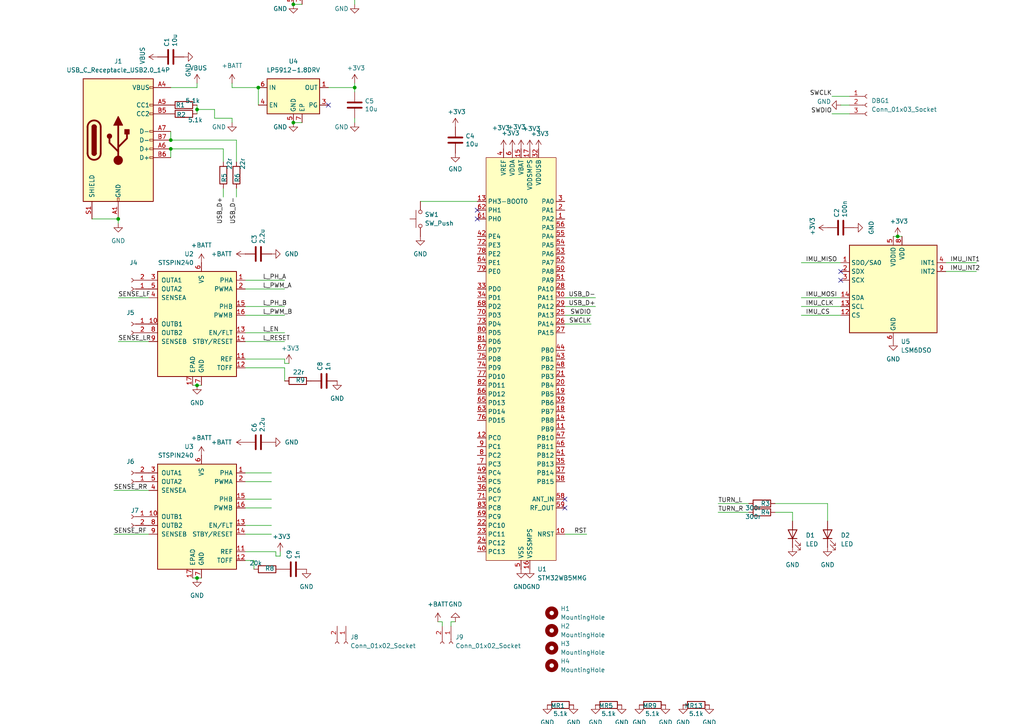
<source format=kicad_sch>
(kicad_sch (version 20250114) (generator "eeschema") (generator_version "9.0")
  (paper "A4")
  (junction (at 57.15 111.76))
  (junction (at 384.81 55.88))
  (junction (at 384.81 53.34))
  (junction (at 102.87 -8.89))
  (junction (at 85.09 35.56))
  (junction (at 57.15 167.64))
  (junction (at 49.53 40.64))
  (junction (at 102.87 25.4))
  (junction (at 49.53 43.18))
  (junction (at 260.35 68.58))
  (junction (at 57.15 31.75))
  (junction (at 74.93 -8.89))
  (junction (at 74.93 25.4))
  (junction (at 34.29 63.5))
  (junction (at 85.09 1.27))
  (no_connect (at 243.84 78.74))
  (no_connect (at 163.83 144.78))
  (no_connect (at 163.83 147.32))
  (no_connect (at 386.08 -19.05))
  (no_connect (at 138.43 60.96))
  (no_connect (at 95.25 30.48))
  (no_connect (at 95.25 -3.81))
  (no_connect (at 243.84 81.28))
  (no_connect (at 138.43 63.5))
  (wire (pts (xy 57.15 111.76) (xy 58.42 111.76)))
  (wire (pts (xy 208.28 148.59) (xy 217.17 148.59)))
  (wire (pts (xy 71.12 154.94) (xy 78.74 154.94)))
  (wire (pts (xy 163.83 86.36) (xy 172.72 86.36)))
  (wire (pts (xy 71.12 162.56) (xy 73.66 162.56)))
  (wire (pts (xy 320.04 173.99) (xy 326.39 173.99)))
  (wire (pts (xy 229.87 148.59) (xy 229.87 151.13)))
  (wire (pts (xy 224.79 148.59) (xy 229.87 148.59)))
  (wire (pts (xy 71.12 83.82) (xy 82.55 83.82)))
  (wire (pts (xy 95.25 -8.89) (xy 102.87 -8.89)))
  (wire (pts (xy 232.41 88.9) (xy 243.84 88.9)))
  (wire (pts (xy 321.31 111.76) (xy 326.39 111.76)))
  (wire (pts (xy 71.12 88.9) (xy 82.55 88.9)))
  (wire (pts (xy 62.23 31.75) (xy 57.15 31.75)))
  (wire (pts (xy 320.04 176.53) (xy 326.39 176.53)))
  (wire (pts (xy 71.12 81.28) (xy 82.55 81.28)))
  (wire (pts (xy 67.31 -8.89) (xy 74.93 -8.89)))
  (wire (pts (xy 184.15 -19.05) (xy 194.31 -19.05)))
  (wire (pts (xy 49.53 25.4) (xy 57.15 25.4)))
  (wire (pts (xy 369.57 50.8) (xy 381 50.8)))
  (wire (pts (xy 34.29 86.36) (xy 43.18 86.36)))
  (wire (pts (xy 102.87 34.29) (xy 102.87 35.56)))
  (wire (pts (xy 317.5 53.34) (xy 323.85 53.34)))
  (wire (pts (xy 74.93 25.4) (xy 74.93 30.48)))
  (wire (pts (xy 85.09 1.27) (xy 87.63 1.27)))
  (wire (pts (xy 384.81 53.34) (xy 384.81 55.88)))
  (wire (pts (xy 163.83 154.94) (xy 170.18 154.94)))
  (wire (pts (xy 241.3 33.02) (xy 246.38 33.02)))
  (wire (pts (xy 49.53 43.18) (xy 49.53 45.72)))
  (wire (pts (xy 26.67 63.5) (xy 34.29 63.5)))
  (wire (pts (xy 377.19 53.34) (xy 384.81 53.34)))
  (wire (pts (xy 102.87 25.4) (xy 102.87 26.67)))
  (wire (pts (xy 369.57 55.88) (xy 384.81 55.88)))
  (wire (pts (xy 317.5 50.8) (xy 323.85 50.8)))
  (wire (pts (xy 132.08 180.34) (xy 130.81 180.34)))
  (wire (pts (xy 82.55 104.14) (xy 71.12 104.14)))
  (wire (pts (xy 57.15 24.13) (xy 57.15 25.4)))
  (wire (pts (xy 64.77 54.61) (xy 64.77 57.15)))
  (wire (pts (xy 33.02 154.94) (xy 43.18 154.94)))
  (wire (pts (xy 73.66 162.56) (xy 73.66 165.1)))
  (wire (pts (xy 82.55 105.41) (xy 83.82 105.41)))
  (wire (pts (xy 49.53 43.18) (xy 64.77 43.18)))
  (wire (pts (xy 71.12 144.78) (xy 78.74 144.78)))
  (wire (pts (xy 358.14 -19.05) (xy 370.84 -19.05)))
  (wire (pts (xy 102.87 24.13) (xy 102.87 25.4)))
  (wire (pts (xy 71.12 106.68) (xy 82.55 106.68)))
  (wire (pts (xy 236.22 -19.05) (xy 248.92 -19.05)))
  (wire (pts (xy 34.29 64.77) (xy 34.29 63.5)))
  (wire (pts (xy 102.87 -8.89) (xy 102.87 -7.62)))
  (wire (pts (xy 320.04 144.78) (xy 326.39 144.78)))
  (wire (pts (xy 49.53 40.64) (xy 49.53 38.1)))
  (wire (pts (xy 209.55 -19.05) (xy 220.98 -19.05)))
  (wire (pts (xy 264.16 -19.05) (xy 290.83 -19.05)))
  (wire (pts (xy 240.03 146.05) (xy 240.03 151.13)))
  (wire (pts (xy 384.81 48.26) (xy 384.81 53.34)))
  (wire (pts (xy 85.09 35.56) (xy 87.63 35.56)))
  (wire (pts (xy 67.31 24.13) (xy 67.31 25.4)))
  (wire (pts (xy 67.31 34.29) (xy 67.31 35.56)))
  (wire (pts (xy 259.08 68.58) (xy 260.35 68.58)))
  (wire (pts (xy 34.29 99.06) (xy 43.18 99.06)))
  (wire (pts (xy 71.12 147.32) (xy 78.74 147.32)))
  (wire (pts (xy 138.43 58.42) (xy 121.92 58.42)))
  (wire (pts (xy 62.23 34.29) (xy 62.23 31.75)))
  (wire (pts (xy 241.3 27.94) (xy 246.38 27.94)))
  (wire (pts (xy 68.58 54.61) (xy 68.58 57.15)))
  (wire (pts (xy 71.12 96.52) (xy 82.55 96.52)))
  (wire (pts (xy 102.87 0) (xy 102.87 1.27)))
  (wire (pts (xy 81.28 160.02) (xy 81.28 161.29)))
  (wire (pts (xy 163.83 91.44) (xy 171.45 91.44)))
  (wire (pts (xy 163.83 93.98) (xy 171.45 93.98)))
  (wire (pts (xy 71.12 99.06) (xy 82.55 99.06)))
  (wire (pts (xy 144.78 -19.05) (xy 168.91 -19.05)))
  (wire (pts (xy 57.15 31.75) (xy 57.15 33.02)))
  (wire (pts (xy 163.83 88.9) (xy 172.72 88.9)))
  (wire (pts (xy 74.93 -8.89) (xy 74.93 -3.81)))
  (wire (pts (xy 317.5 48.26) (xy 323.85 48.26)))
  (wire (pts (xy 82.55 105.41) (xy 82.55 104.14)))
  (wire (pts (xy 232.41 76.2) (xy 243.84 76.2)))
  (wire (pts (xy 33.02 142.24) (xy 43.18 142.24)))
  (wire (pts (xy 57.15 167.64) (xy 58.42 167.64)))
  (wire (pts (xy 260.35 68.58) (xy 261.62 68.58)))
  (wire (pts (xy 331.47 -19.05) (xy 342.9 -19.05)))
  (wire (pts (xy 55.88 167.64) (xy 57.15 167.64)))
  (wire (pts (xy 82.55 106.68) (xy 82.55 110.49)))
  (wire (pts (xy 232.41 86.36) (xy 243.84 86.36)))
  (wire (pts (xy 80.01 161.29) (xy 80.01 160.02)))
  (wire (pts (xy 369.57 48.26) (xy 384.81 48.26)))
  (wire (pts (xy 243.84 30.48) (xy 246.38 30.48)))
  (wire (pts (xy 49.53 40.64) (xy 68.58 40.64)))
  (wire (pts (xy 127 180.34) (xy 128.27 180.34)))
  (wire (pts (xy 67.31 25.4) (xy 74.93 25.4)))
  (wire (pts (xy 102.87 -10.16) (xy 102.87 -8.89)))
  (wire (pts (xy 57.15 30.48) (xy 57.15 31.75)))
  (wire (pts (xy 232.41 91.44) (xy 243.84 91.44)))
  (wire (pts (xy 274.32 78.74) (xy 283.21 78.74)))
  (wire (pts (xy 320.04 142.24) (xy 326.39 142.24)))
  (wire (pts (xy 64.77 43.18) (xy 64.77 46.99)))
  (wire (pts (xy 55.88 111.76) (xy 57.15 111.76)))
  (wire (pts (xy 208.28 146.05) (xy 217.17 146.05)))
  (wire (pts (xy 95.25 25.4) (xy 102.87 25.4)))
  (wire (pts (xy 81.28 161.29) (xy 80.01 161.29)))
  (wire (pts (xy 67.31 34.29) (xy 62.23 34.29)))
  (wire (pts (xy 224.79 146.05) (xy 240.03 146.05)))
  (wire (pts (xy 71.12 139.7) (xy 78.74 139.7)))
  (wire (pts (xy 128.27 180.34) (xy 128.27 181.61)))
  (wire (pts (xy 71.12 152.4) (xy 78.74 152.4)))
  (wire (pts (xy 68.58 40.64) (xy 68.58 46.99)))
  (wire (pts (xy 130.81 180.34) (xy 130.81 181.61)))
  (wire (pts (xy 71.12 137.16) (xy 78.74 137.16)))
  (wire (pts (xy 71.12 160.02) (xy 80.01 160.02)))
  (wire (pts (xy 321.31 109.22) (xy 326.39 109.22)))
  (wire (pts (xy 306.07 -19.05) (xy 316.23 -19.05)))
  (wire (pts (xy 71.12 91.44) (xy 82.55 91.44)))
  (wire (pts (xy 274.32 76.2) (xy 283.21 76.2)))
  (label "RST" (at 170.18 154.94 180))
  (label "L_RESET" (at 76.2 99.06 0))
  (label "IMU_MISO" (at 233.68 76.2 0))
  (label "IMU_CLK" (at 233.68 88.9 0))
  (label "L_PH_A" (at 76.2 81.28 0))
  (label "L_EN" (at 76.2 96.52 0))
  (label "IMU_CS" (at 233.68 91.44 0))
  (label "L_PWM_A" (at 76.2 83.82 0))
  (label "SWDIO" (at 171.45 91.44 180))
  (label "IMU_INT2" (at 275.59 78.74 0))
  (label "TURN_R" (at 208.28 148.59 0))
  (label "LED_INPUT" (at 144.78 -19.05 0))
  (label "SENSE_LR" (at 34.29 99.06 0))
  (label "IMU_MOSI" (at 233.68 86.36 0))
  (label "SWDIO" (at 241.3 33.02 180))
  (label "USB_D+" (at 172.72 88.9 180))
  (label "IMU_INT1" (at 275.59 76.2 0))
  (label "SENSE_RF" (at 33.02 154.94 0))
  (label "USB_D-" (at 172.72 86.36 180))
  (label "USB_D+" (at 64.77 57.15 270))
  (label "SENSE_LF" (at 34.29 86.36 0))
  (label "L_PWM_B" (at 76.2 91.44 0))
  (label "PWRON" (at 317.5 50.8 0))
  (label "CHARGE" (at 317.5 53.34 0))
  (label "SWCLK" (at 241.3 27.94 180))
  (label "L_PH_B" (at 76.2 88.9 0))
  (label "SWCLK" (at 171.45 93.98 180))
  (label "SENSE_RR" (at 33.02 142.24 0))
  (label "TURN_L" (at 208.28 146.05 0))
  (label "USB_D-" (at 68.58 57.15 270))
  (symbol (lib_id "power:+1V8") (at 321.31 109.22 90) (unit 1)
    (property "Reference" "#PWR0104" (effects (hide yes)))
    (property "Value" "+1V8" (at 317.5 109.2199 90) (effects (justify left)))
    (property "Description" "Power symbol creates a global label with name \"+1V8\"" (effects (hide yes)))
  )
  (symbol (lib_id "power:GND") (at 205.74 213.36 0) (unit 1)
    (property "Reference" "#PWR099" (effects (hide yes)))
    (property "Value" "GND" (at 205.74 218.44 0))
    (property "Description" "Power symbol creates a global label with name \"GND\" , ground" (effects (hide yes)))
  )
  (symbol (lib_name "GND_29") (lib_id "power:GND") (at 67.31 35.56 0) (unit 1)
    (property "Reference" "#PWR02" (effects (hide yes)))
    (property "Value" "GND" (at 63.5 36.83 0))
  )
  (symbol (lib_name "+3V3_10") (lib_id "power:+3V3") (at 132.08 36.83 0) (unit 1)
    (property "Reference" "#PWR08" (effects (hide yes)))
    (property "Value" "+3V3" (at 132.461 32.4358 0))
  )
  (symbol (lib_id "power:GND") (at 205.74 223.52 0) (unit 1)
    (property "Reference" "#PWR0100" (effects (hide yes)))
    (property "Value" "GND" (at 205.74 228.6 0))
    (property "Description" "Power symbol creates a global label with name \"GND\" , ground" (effects (hide yes)))
  )
  (symbol (lib_id "2024-11-26_16-37-43:STBC08PMR") (at 323.85 48.26 0) (unit 1)
    (property "Reference" "U6" (at 346.71 38.1 0) (effects (font (size 1.524 1.524))))
    (property "Value" "STBC08PMR" (at 346.71 40.64 0) (effects (font (size 1.524 1.524))))
    (property "Footprint" "stbc08:DFN6_3X3_STM" (effects (hide yes)))
    (property "Datasheet" "STBC08PMR" (effects (hide yes)))
  )
  (symbol (lib_id "power:GND") (at 166.37 223.52 0) (unit 1)
    (property "Reference" "#PWR076" (effects (hide yes)))
    (property "Value" "GND" (at 166.37 228.6 0))
    (property "Description" "Power symbol creates a global label with name \"GND\" , ground" (effects (hide yes)))
  )
  (symbol (lib_id "Connector:Conn_01x02_Socket") (at 38.1 93.98 0) (mirror y) (unit 1)
    (property "Reference" "J5" (at 37.846 90.678 0))
    (property "Value" "Conn_01x02_Socket" (effects (hide yes)))
    (property "Footprint" "Connector_JST:JST_SH_BM02B-SRSS-TB_1x02-1MP_P1.00mm_Vertical" (effects (hide yes)))
    (property "Description" "Generic connector, single row, 01x02, script generated" (effects (hide yes)))
  )
  (symbol (lib_id "Device:R") (at 220.98 148.59 90) (unit 1)
    (property "Reference" "R4" (at 221.996 148.59 90))
    (property "Value" "300r" (at 218.44 149.86 90))
    (property "Footprint" "Resistor_SMD:R_0402_1005Metric" (effects (hide yes)))
  )
  (symbol (lib_id "power:GND") (at 185.42 223.52 0) (unit 1)
    (property "Reference" "#PWR088" (effects (hide yes)))
    (property "Value" "GND" (at 185.42 228.6 0))
    (property "Description" "Power symbol creates a global label with name \"GND\" , ground" (effects (hide yes)))
  )
  (symbol (lib_id "Driver_Motor:STSPIN240") (at 58.42 93.98 0) (mirror y) (unit 1)
    (property "Reference" "U2" (at 56.2259 73.66 0) (effects (justify left)))
    (property "Value" "STSPIN240" (at 56.2259 76.2 0) (effects (justify left)))
    (property "Footprint" "Package_DFN_QFN:VQFN-16-1EP_3x3mm_P0.5mm_EP1.8x1.8mm" (effects (hide yes)))
    (property "Datasheet" "www.st.com/resource/en/datasheet/stspin240.pdf" (effects (hide yes)))
    (property "Description" "Low voltage dual brush DC motor driver, 1.8V to 10V input, 1.3Arms output, 0.4Ω Rdson per phase (typical), QFN-16 package" (effects (hide yes)))
    (property "LCSC" "C962258" (effects (hide yes)))
  )
  (symbol (lib_id "power:+BATT") (at 67.31 24.13 0) (unit 1)
    (property "Reference" "#PWR066" (effects (hide yes)))
    (property "Value" "+BATT" (at 67.31 19.05 0))
    (property "Description" "Power symbol creates a global label with name \"+BATT\"" (effects (hide yes)))
  )
  (symbol (lib_id "Switch:SW_Push") (at 121.92 63.5 90) (unit 1)
    (property "Reference" "SW1" (at 123.19 62.2299 90) (effects (justify right)))
    (property "Value" "SW_Push" (at 123.19 64.7699 90) (effects (justify right)))
    (property "Footprint" "Button_Switch_SMD:SW_SPST_PTS810" (effects (hide yes)))
    (property "Description" "Push button switch, generic, two pins" (effects (hide yes)))
  )
  (symbol (lib_id "power:GND") (at 78.74 128.27 90) (unit 1)
    (property "Reference" "#PWR034" (effects (hide yes)))
    (property "Value" "GND" (at 82.55 128.2699 90) (effects (justify right)))
    (property "Description" "Power symbol creates a global label with name \"GND\" , ground" (effects (hide yes)))
  )
  (symbol (lib_name "+3V3_1") (lib_id "power:+3V3") (at 156.21 43.18 0) (unit 1)
    (property "Reference" "#PWR04" (effects (hide yes)))
    (property "Value" "+3V3" (at 156.591 38.7858 0))
  )
  (symbol (lib_id "Connector:Conn_01x03_Socket") (at 251.46 30.48 0) (unit 1)
    (property "Reference" "DBG1" (at 252.73 29.2099 0) (effects (justify left)))
    (property "Value" "Conn_01x03_Socket" (at 252.73 31.7499 0) (effects (justify left)))
    (property "Footprint" "Connector_JST:JST_SH_SM03B-SRSS-TB_1x03-1MP_P1.00mm_Horizontal" (effects (hide yes)))
    (property "Description" "Generic connector, single row, 01x03, script generated" (effects (hide yes)))
  )
  (symbol (lib_name "+3V3_1") (lib_id "power:+3V3") (at 321.31 111.76 90) (unit 1)
    (property "Reference" "#PWR045" (effects (hide yes)))
    (property "Value" "+3V3" (at 315.214 111.76 90))
  )
  (symbol (lib_id "Connector:Conn_01x02_Socket") (at 38.1 139.7 180) (unit 1)
    (property "Reference" "J6" (at 37.846 133.858 0))
    (property "Value" "Conn_01x02_Socket" (effects (hide yes)))
    (property "Footprint" "Connector_JST:JST_SH_BM02B-SRSS-TB_1x02-1MP_P1.00mm_Vertical" (effects (hide yes)))
    (property "Description" "Generic connector, single row, 01x02, script generated" (effects (hide yes)))
  )
  (symbol (lib_name "+3V3_1") (lib_id "power:+3V3") (at 102.87 24.13 0) (unit 1)
    (property "Reference" "#PWR010" (effects (hide yes)))
    (property "Value" "+3V3" (at 103.251 19.7358 0))
  )
  (symbol (lib_id "power:GND") (at 323.85 -11.43 0) (unit 1)
    (property "Reference" "#PWR051" (effects (hide yes)))
    (property "Value" "GND" (at 323.85 -5.08 0))
    (property "Description" "Power symbol creates a global label with name \"GND\" , ground" (effects (hide yes)))
  )
  (symbol (lib_id "Device:R") (at 201.93 213.36 270) (unit 1)
    (property "Reference" "MR14" (at 201.168 213.614 90))
    (property "Value" "5.1k" (at 201.93 215.9 90))
    (property "Footprint" "Resistor_SMD:R_0402_1005Metric" (effects (hide yes)))
    (property "LCSC" "C105872" (effects (hide yes)))
  )
  (symbol (lib_id "power:GND") (at 243.84 30.48 270) (unit 1)
    (property "Reference" "#PWR069" (effects (hide yes)))
    (property "Value" "GND" (at 241.046 29.464 90) (effects (justify right)))
    (property "Description" "Power symbol creates a global label with name \"GND\" , ground" (effects (hide yes)))
  )
  (symbol (lib_id "power:+BATT") (at 176.53 -26.67 0) (unit 1)
    (property "Reference" "#PWR057" (effects (hide yes)))
    (property "Value" "+BATT" (at 176.53 -31.75 0))
    (property "Description" "Power symbol creates a global label with name \"+BATT\"" (effects (hide yes)))
  )
  (symbol (lib_id "Device:R") (at 189.23 223.52 270) (unit 1)
    (property "Reference" "MR11" (at 188.468 223.774 90))
    (property "Value" "5.1k" (at 189.23 226.06 90))
    (property "Footprint" "Resistor_SMD:R_0402_1005Metric" (effects (hide yes)))
    (property "LCSC" "C105872" (effects (hide yes)))
  )
  (symbol (lib_id "power:GND") (at 151.13 165.1 0) (unit 1)
    (property "Reference" "#PWR014" (effects (hide yes)))
    (property "Value" "GND" (at 150.876 170.18 0))
    (property "Description" "Power symbol creates a global label with name \"GND\" , ground" (effects (hide yes)))
  )
  (symbol (lib_id "Device:R") (at 201.93 232.41 270) (unit 1)
    (property "Reference" "MR16" (at 201.168 232.664 90))
    (property "Value" "5.1k" (at 201.93 234.95 90))
    (property "Footprint" "Resistor_SMD:R_0402_1005Metric" (effects (hide yes)))
    (property "LCSC" "C105872" (effects (hide yes)))
  )
  (symbol (lib_id "power:GND") (at 326.39 171.45 270) (unit 1)
    (property "Reference" "#PWR043" (effects (hide yes)))
    (property "Value" "GND" (at 322.58 171.4499 90) (effects (justify right)))
    (property "Description" "Power symbol creates a global label with name \"GND\" , ground" (effects (hide yes)))
  )
  (symbol (lib_id "power:GND") (at 158.75 204.47 0) (unit 1)
    (property "Reference" "#PWR070" (effects (hide yes)))
    (property "Value" "GND" (at 158.75 209.55 0))
    (property "Description" "Power symbol creates a global label with name \"GND\" , ground" (effects (hide yes)))
  )
  (symbol (lib_id "Regulator_Linear:LP5912-1.8DRV") (at 85.09 27.94 0) (unit 1)
    (property "Reference" "U4" (at 85.09 17.78 0))
    (property "Value" "LP5912-1.8DRV" (at 85.09 20.32 0))
    (property "Footprint" "Package_SON:WSON-6-1EP_2x2mm_P0.65mm_EP1x1.6mm_ThermalVias" (effects (hide yes)))
    (property "Datasheet" "http://www.ti.com/lit/ds/symlink/lp5912.pdf" (effects (hide yes)))
    (property "Description" "500-mA Ultra-Low-Noise Low-IQ LDO, 1.8V, WSON-6" (effects (hide yes)))
  )
  (symbol (lib_id "LED:WS2812B") (at 350.52 -19.05 0) (unit 1)
    (property "Reference" "LED7" (at 361.95 -25.3686 0))
    (property "Value" "WS2812B" (at 361.95 -22.8286 0))
    (property "Footprint" "1010rgbled:LED-SMD_4P-L1.0-W1.0-TL_XL-1010RGBC-WS2812B" (effects (hide yes)))
    (property "Datasheet" "https://cdn-shop.adafruit.com/datasheets/WS2812B.pdf" (effects (hide yes)))
    (property "Description" "RGB LED with integrated controller" (effects (hide yes)))
  )
  (symbol (lib_id "power:GND") (at 326.39 106.68 270) (unit 1)
    (property "Reference" "#PWR019" (effects (hide yes)))
    (property "Value" "GND" (at 322.58 106.6799 90) (effects (justify right)))
    (property "Description" "Power symbol creates a global label with name \"GND\" , ground" (effects (hide yes)))
  )
  (symbol (lib_id "Device:R") (at 373.38 53.34 270) (unit 1)
    (property "Reference" "R10" (at 374.142 53.34 90))
    (property "Value" "1k" (at 376.682 55.118 90))
    (property "Footprint" "Resistor_SMD:R_0402_1005Metric" (effects (hide yes)))
  )
  (symbol (lib_id "power:GND") (at 205.74 232.41 0) (unit 1)
    (property "Reference" "#PWR0101" (effects (hide yes)))
    (property "Value" "GND" (at 205.74 237.49 0))
    (property "Description" "Power symbol creates a global label with name \"GND\" , ground" (effects (hide yes)))
  )
  (symbol (lib_id "power:+BATT") (at 378.46 -26.67 0) (unit 1)
    (property "Reference" "#PWR064" (effects (hide yes)))
    (property "Value" "+BATT" (at 378.46 -31.75 0))
    (property "Description" "Power symbol creates a global label with name \"+BATT\"" (effects (hide yes)))
  )
  (symbol (lib_id "power:+BATT") (at 323.85 -26.67 0) (unit 1)
    (property "Reference" "#PWR062" (effects (hide yes)))
    (property "Value" "+BATT" (at 323.85 -31.75 0))
    (property "Description" "Power symbol creates a global label with name \"+BATT\"" (effects (hide yes)))
  )
  (symbol (lib_id "Device:R") (at 68.58 50.8 0) (unit 1)
    (property "Reference" "R6" (at 68.834 51.562 90))
    (property "Value" "22r" (at 70.358 47.498 90))
    (property "Footprint" "Resistor_SMD:R_0402_1005Metric" (effects (hide yes)))
    (property "LCSC" "C105872" (effects (hide yes)))
  )
  (symbol (lib_id "power:GND") (at 97.79 110.49 0) (unit 1)
    (property "Reference" "#PWR036" (effects (hide yes)))
    (property "Value" "GND" (at 97.79 115.57 0))
    (property "Description" "Power symbol creates a global label with name \"GND\" , ground" (effects (hide yes)))
  )
  (symbol (lib_id "Device:R") (at 220.98 146.05 90) (unit 1)
    (property "Reference" "R3" (at 221.996 146.05 90))
    (property "Value" "300r" (at 218.44 147.32 90))
    (property "Footprint" "Resistor_SMD:R_0402_1005Metric" (effects (hide yes)))
  )
  (symbol (lib_id "power:GND") (at 198.12 204.47 0) (unit 1)
    (property "Reference" "#PWR094" (effects (hide yes)))
    (property "Value" "GND" (at 198.12 209.55 0))
    (property "Description" "Power symbol creates a global label with name \"GND\" , ground" (effects (hide yes)))
  )
  (symbol (lib_id "Device:R") (at 53.34 33.02 270) (unit 1)
    (property "Reference" "R2" (at 52.578 33.274 90))
    (property "Value" "5.1k" (at 56.642 34.798 90))
    (property "Footprint" "Resistor_SMD:R_0402_1005Metric" (effects (hide yes)))
    (property "LCSC" "C105872" (effects (hide yes)))
  )
  (symbol (lib_id "Device:R") (at 86.36 110.49 90) (unit 1)
    (property "Reference" "R9" (at 87.122 110.236 90))
    (property "Value" "22r" (at 86.614 107.95 90))
    (property "Footprint" "Resistor_SMD:R_0402_1005Metric" (effects (hide yes)))
    (property "LCSC" "C105872" (effects (hide yes)))
  )
  (symbol (lib_id "power:GND") (at 57.15 111.76 0) (unit 1)
    (property "Reference" "#PWR017" (effects (hide yes)))
    (property "Value" "GND" (at 57.15 116.84 0))
    (property "Description" "Power symbol creates a global label with name \"GND\" , ground" (effects (hide yes)))
  )
  (symbol (lib_id "power:+BATT") (at 327.66 35.56 90) (unit 1)
    (property "Reference" "#PWR041" (effects (hide yes)))
    (property "Value" "+BATT" (at 323.85 35.5599 90) (effects (justify left)))
    (property "Description" "Power symbol creates a global label with name \"+BATT\"" (effects (hide yes)))
  )
  (symbol (lib_id "power:VBUS") (at 381 50.8 0) (unit 1)
    (property "Reference" "#PWR065" (effects (hide yes)))
    (property "Value" "VBUS" (at 381 45.72 0))
    (property "Description" "Power symbol creates a global label with name \"VBUS\"" (effects (hide yes)))
  )
  (symbol (lib_id "power:GND") (at 172.72 213.36 0) (unit 1)
    (property "Reference" "#PWR079" (effects (hide yes)))
    (property "Value" "GND" (at 172.72 218.44 0))
    (property "Description" "Power symbol creates a global label with name \"GND\" , ground" (effects (hide yes)))
  )
  (symbol (lib_name "VBUS_1") (lib_id "power:VBUS") (at 45.72 16.51 90) (unit 1)
    (property "Reference" "#PWR067" (effects (hide yes)))
    (property "Value" "VBUS" (at 41.3258 16.129 0))
  )
  (symbol (lib_id "power:GND") (at 34.29 64.77 0) (unit 1)
    (property "Reference" "#PWR016" (effects (hide yes)))
    (property "Value" "GND" (at 34.29 69.85 0))
    (property "Description" "Power symbol creates a global label with name \"GND\" , ground" (effects (hide yes)))
  )
  (symbol (lib_name "+3V3_1") (lib_id "power:+3V3") (at 83.82 105.41 0) (unit 1)
    (property "Reference" "#PWR035" (effects (hide yes)))
    (property "Value" "+3V3" (at 84.201 101.0158 0))
  )
  (symbol (lib_id "power:GND") (at 185.42 204.47 0) (unit 1)
    (property "Reference" "#PWR086" (effects (hide yes)))
    (property "Value" "GND" (at 185.42 209.55 0))
    (property "Description" "Power symbol creates a global label with name \"GND\" , ground" (effects (hide yes)))
  )
  (symbol (lib_id "Device:C") (at 102.87 -3.81 0) (unit 1)
    (property "Reference" "C10" (at 105.791 -4.9784 0) (effects (justify left)))
    (property "Value" "10u" (at 105.791 -2.667 0) (effects (justify left)))
    (property "Footprint" "Capacitor_SMD:C_0805_2012Metric" (effects (hide yes)))
    (property "LCSC" "C408141" (effects (hide yes)))
  )
  (symbol (lib_id "Device:LED") (at 229.87 154.94 90) (unit 1)
    (property "Reference" "D1" (at 233.68 155.2574 90) (effects (justify right)))
    (property "Value" "LED" (at 233.68 157.7974 90) (effects (justify right)))
    (property "Footprint" "LED_SMD:LED_0402_1005Metric" (effects (hide yes)))
    (property "Description" "Light emitting diode" (effects (hide yes)))
  )
  (symbol (lib_id "power:GND") (at 326.39 139.7 270) (unit 1)
    (property "Reference" "#PWR020" (effects (hide yes)))
    (property "Value" "GND" (at 322.58 139.6999 90) (effects (justify right)))
    (property "Description" "Power symbol creates a global label with name \"GND\" , ground" (effects (hide yes)))
  )
  (symbol (lib_id "power:+BATT") (at 71.12 128.27 90) (unit 1)
    (property "Reference" "#PWR033" (effects (hide yes)))
    (property "Value" "+BATT" (at 67.31 128.2699 90) (effects (justify left)))
    (property "Description" "Power symbol creates a global label with name \"+BATT\"" (effects (hide yes)))
  )
  (symbol (lib_id "power:GND") (at 193.04 223.52 0) (unit 1)
    (property "Reference" "#PWR092" (effects (hide yes)))
    (property "Value" "GND" (at 193.04 228.6 0))
    (property "Description" "Power symbol creates a global label with name \"GND\" , ground" (effects (hide yes)))
  )
  (symbol (lib_id "Connector:USB_C_Receptacle_USB2.0_14P") (at 34.29 40.64 0) (unit 1)
    (property "Reference" "J1" (at 34.29 17.78 0))
    (property "Value" "USB_C_Receptacle_USB2.0_14P" (at 34.29 20.32 0))
    (property "Footprint" "Connector_USB:USB_C_Receptacle_HRO_TYPE-C-31-M-12" (effects (hide yes)))
    (property "Datasheet" "https://www.usb.org/sites/default/files/documents/usb_type-c.zip" (effects (hide yes)))
    (property "Description" "USB 2.0-only 14P Type-C Receptacle connector" (effects (hide yes)))
    (property "LCSC" "C165948" (effects (hide yes)))
  )
  (symbol (lib_name "GND_15") (lib_id "power:GND") (at 85.09 1.27 0) (unit 1)
    (property "Reference" "#PWR047" (effects (hide yes)))
    (property "Value" "GND" (at 81.28 2.54 0))
  )
  (symbol (lib_id "power:GND") (at 158.75 213.36 0) (unit 1)
    (property "Reference" "#PWR072" (effects (hide yes)))
    (property "Value" "GND" (at 158.75 218.44 0))
    (property "Description" "Power symbol creates a global label with name \"GND\" , ground" (effects (hide yes)))
  )
  (symbol (lib_id "Connector:Conn_01x09_Socket") (at 331.47 181.61 0) (unit 1)
    (property "Reference" "J10" (at 332.74 180.3399 0) (effects (justify left)))
    (property "Value" "Conn_01x09_Socket" (at 332.74 182.8799 0) (effects (justify left)))
    (property "Footprint" "Connector_PinHeader_1.00mm:PinHeader_1x09_P1.00mm_Vertical" (effects (hide yes)))
    (property "Description" "Generic connector, single row, 01x09, script generated" (effects (hide yes)))
  )
  (symbol (lib_id "Device:R") (at 189.23 232.41 270) (unit 1)
    (property "Reference" "MR12" (at 188.468 232.664 90))
    (property "Value" "5.1k" (at 189.23 234.95 90))
    (property "Footprint" "Resistor_SMD:R_0402_1005Metric" (effects (hide yes)))
    (property "LCSC" "C105872" (effects (hide yes)))
  )
  (symbol (lib_id "Device:R") (at 64.77 50.8 0) (unit 1)
    (property "Reference" "R5" (at 65.024 51.562 90))
    (property "Value" "22r" (at 66.548 47.498 90))
    (property "Footprint" "Resistor_SMD:R_0402_1005Metric" (effects (hide yes)))
    (property "LCSC" "C105872" (effects (hide yes)))
  )
  (symbol (lib_id "LED:WS2812B") (at 228.6 -19.05 0) (unit 1)
    (property "Reference" "LED3" (at 240.03 -25.3686 0))
    (property "Value" "WS2812B" (at 240.03 -22.8286 0))
    (property "Footprint" "1010rgbled:LED-SMD_4P-L1.0-W1.0-TL_XL-1010RGBC-WS2812B" (effects (hide yes)))
    (property "Datasheet" "https://cdn-shop.adafruit.com/datasheets/WS2812B.pdf" (effects (hide yes)))
    (property "Description" "RGB LED with integrated controller" (effects (hide yes)))
  )
  (symbol (lib_id "power:+BATT") (at 67.31 -8.89 0) (unit 1)
    (property "Reference" "#PWR0103" (effects (hide yes)))
    (property "Value" "+BATT" (at 67.31 -13.97 0))
    (property "Description" "Power symbol creates a global label with name \"+BATT\"" (effects (hide yes)))
  )
  (symbol (lib_id "power:GND") (at 198.12 223.52 0) (unit 1)
    (property "Reference" "#PWR096" (effects (hide yes)))
    (property "Value" "GND" (at 198.12 228.6 0))
    (property "Description" "Power symbol creates a global label with name \"GND\" , ground" (effects (hide yes)))
  )
  (symbol (lib_id "Connector:Conn_01x11_Socket") (at 331.47 119.38 0) (unit 1)
    (property "Reference" "J2" (at 332.74 118.1099 0) (effects (justify left)))
    (property "Value" "Conn_01x11_Socket" (at 332.74 120.6499 0) (effects (justify left)))
    (property "Footprint" "Connector_PinHeader_1.00mm:PinHeader_1x11_P1.00mm_Vertical" (effects (hide yes)))
    (property "Description" "Generic connector, single row, 01x11, script generated" (effects (hide yes)))
  )
  (symbol (lib_id "Device:R") (at 162.56 213.36 270) (unit 1)
    (property "Reference" "MR2" (at 161.798 213.614 90))
    (property "Value" "5.1k" (at 162.56 215.9 90))
    (property "Footprint" "Resistor_SMD:R_0402_1005Metric" (effects (hide yes)))
    (property "LCSC" "C105872" (effects (hide yes)))
  )
  (symbol (lib_id "Device:R") (at 189.23 213.36 270) (unit 1)
    (property "Reference" "MR10" (at 188.468 213.614 90))
    (property "Value" "5.1k" (at 189.23 215.9 90))
    (property "Footprint" "Resistor_SMD:R_0402_1005Metric" (effects (hide yes)))
    (property "LCSC" "C105872" (effects (hide yes)))
  )
  (symbol (lib_id "power:GND") (at 153.67 165.1 0) (unit 1)
    (property "Reference" "#PWR015" (effects (hide yes)))
    (property "Value" "GND" (at 154.686 170.18 0))
    (property "Description" "Power symbol creates a global label with name \"GND\" , ground" (effects (hide yes)))
  )
  (symbol (lib_id "power:+BATT") (at 127 180.34 0) (unit 1)
    (property "Reference" "#PWR023" (effects (hide yes)))
    (property "Value" "+BATT" (at 127 175.26 0))
    (property "Description" "Power symbol creates a global label with name \"+BATT\"" (effects (hide yes)))
  )
  (symbol (lib_id "power:GND") (at 57.15 167.64 0) (unit 1)
    (property "Reference" "#PWR018" (effects (hide yes)))
    (property "Value" "GND" (at 57.15 172.72 0))
    (property "Description" "Power symbol creates a global label with name \"GND\" , ground" (effects (hide yes)))
  )
  (symbol (lib_id "power:GND") (at 193.04 232.41 0) (unit 1)
    (property "Reference" "#PWR093" (effects (hide yes)))
    (property "Value" "GND" (at 193.04 237.49 0))
    (property "Description" "Power symbol creates a global label with name \"GND\" , ground" (effects (hide yes)))
  )
  (symbol (lib_name "+3V3_1") (lib_id "power:+3V3") (at 148.59 43.18 0) (unit 1)
    (property "Reference" "#PWR07" (effects (hide yes)))
    (property "Value" "+3V3" (at 148.082 38.608 0))
  )
  (symbol (lib_id "power:GND") (at 78.74 73.66 90) (unit 1)
    (property "Reference" "#PWR031" (effects (hide yes)))
    (property "Value" "GND" (at 82.55 73.6599 90) (effects (justify right)))
    (property "Description" "Power symbol creates a global label with name \"GND\" , ground" (effects (hide yes)))
  )
  (symbol (lib_id "Device:R") (at 162.56 232.41 270) (unit 1)
    (property "Reference" "MR4" (at 161.798 232.664 90))
    (property "Value" "5.1k" (at 162.56 234.95 90))
    (property "Footprint" "Resistor_SMD:R_0402_1005Metric" (effects (hide yes)))
    (property "LCSC" "C105872" (effects (hide yes)))
  )
  (symbol (lib_id "Driver_Motor:STSPIN240") (at 58.42 149.86 0) (mirror y) (unit 1)
    (property "Reference" "U3" (at 56.2259 129.54 0) (effects (justify left)))
    (property "Value" "STSPIN240" (at 56.2259 132.08 0) (effects (justify left)))
    (property "Footprint" "Package_DFN_QFN:VQFN-16-1EP_3x3mm_P0.5mm_EP1.8x1.8mm" (effects (hide yes)))
    (property "Datasheet" "www.st.com/resource/en/datasheet/stspin240.pdf" (effects (hide yes)))
    (property "Description" "Low voltage dual brush DC motor driver, 1.8V to 10V input, 1.3Arms output, 0.4Ω Rdson per phase (typical), QFN-16 package" (effects (hide yes)))
    (property "LCSC" "C962258" (effects (hide yes)))
  )
  (symbol (lib_id "power:GND") (at 240.03 158.75 0) (unit 1)
    (property "Reference" "#PWR022" (effects (hide yes)))
    (property "Value" "GND" (at 240.03 163.83 0))
    (property "Description" "Power symbol creates a global label with name \"GND\" , ground" (effects (hide yes)))
  )
  (symbol (lib_id "Device:R") (at 201.93 204.47 270) (unit 1)
    (property "Reference" "MR13" (at 201.168 204.724 90))
    (property "Value" "5.1k" (at 201.93 207.01 90))
    (property "Footprint" "Resistor_SMD:R_0402_1005Metric" (effects (hide yes)))
    (property "LCSC" "C105872" (effects (hide yes)))
  )
  (symbol (lib_id "power:GND") (at 185.42 213.36 0) (unit 1)
    (property "Reference" "#PWR087" (effects (hide yes)))
    (property "Value" "GND" (at 185.42 218.44 0))
    (property "Description" "Power symbol creates a global label with name \"GND\" , ground" (effects (hide yes)))
  )
  (symbol (lib_id "LED:WS2812B") (at 201.93 -19.05 0) (unit 1)
    (property "Reference" "LED2" (at 213.36 -25.3686 0))
    (property "Value" "WS2812B" (at 213.36 -22.8286 0))
    (property "Footprint" "1010rgbled:LED-SMD_4P-L1.0-W1.0-TL_XL-1010RGBC-WS2812B" (effects (hide yes)))
    (property "Datasheet" "https://cdn-shop.adafruit.com/datasheets/WS2812B.pdf" (effects (hide yes)))
    (property "Description" "RGB LED with integrated controller" (effects (hide yes)))
  )
  (symbol (lib_id "Device:R") (at 53.34 30.48 270) (unit 1)
    (property "Reference" "R1" (at 52.324 30.48 90))
    (property "Value" "5.1k" (at 55.88 29.21 90))
    (property "Footprint" "Resistor_SMD:R_0402_1005Metric" (effects (hide yes)))
    (property "LCSC" "C105872" (effects (hide yes)))
  )
  (symbol (lib_id "power:GND") (at 378.46 -11.43 0) (unit 1)
    (property "Reference" "#PWR049" (effects (hide yes)))
    (property "Value" "GND" (at 378.46 -5.08 0))
    (property "Description" "Power symbol creates a global label with name \"GND\" , ground" (effects (hide yes)))
  )
  (symbol (lib_name "GND_1") (lib_id "power:GND") (at 102.87 35.56 0) (unit 1)
    (property "Reference" "#PWR011" (effects (hide yes)))
    (property "Value" "GND" (at 99.06 36.83 0))
  )
  (symbol (lib_name "+3V3_1") (lib_id "power:+3V3") (at 81.28 160.02 0) (unit 1)
    (property "Reference" "#PWR038" (effects (hide yes)))
    (property "Value" "+3V3" (at 81.661 155.6258 0))
  )
  (symbol (lib_id "power:+BATT") (at 256.54 -26.67 0) (unit 1)
    (property "Reference" "#PWR060" (effects (hide yes)))
    (property "Value" "+BATT" (at 256.54 -31.75 0))
    (property "Description" "Power symbol creates a global label with name \"+BATT\"" (effects (hide yes)))
  )
  (symbol (lib_id "LED:WS2812B") (at 378.46 -19.05 0) (unit 1)
    (property "Reference" "LED8" (at 389.89 -25.3686 0))
    (property "Value" "WS2812B" (at 389.89 -22.8286 0))
    (property "Footprint" "1010rgbled:LED-SMD_4P-L1.0-W1.0-TL_XL-1010RGBC-WS2812B" (effects (hide yes)))
    (property "Datasheet" "https://cdn-shop.adafruit.com/datasheets/WS2812B.pdf" (effects (hide yes)))
    (property "Description" "RGB LED with integrated controller" (effects (hide yes)))
  )
  (symbol (lib_id "power:+1V8") (at 320.04 142.24 90) (unit 1)
    (property "Reference" "#PWR0105" (effects (hide yes)))
    (property "Value" "+1V8" (at 316.484 141.986 90) (effects (justify left)))
    (property "Description" "Power symbol creates a global label with name \"+1V8\"" (effects (hide yes)))
  )
  (symbol (lib_id "power:GND") (at 198.12 213.36 0) (unit 1)
    (property "Reference" "#PWR095" (effects (hide yes)))
    (property "Value" "GND" (at 198.12 218.44 0))
    (property "Description" "Power symbol creates a global label with name \"GND\" , ground" (effects (hide yes)))
  )
  (symbol (lib_id "Mechanical:MountingHole") (at 160.02 182.88 0) (unit 1) (in_bom no)
    (property "Reference" "H2" (at 162.56 181.6099 0) (effects (justify left)))
    (property "Value" "MountingHole" (at 162.56 184.1499 0) (effects (justify left)))
    (property "Footprint" "MountingHole:MountingHole_2.1mm" (effects (hide yes)))
    (property "Description" "Mounting Hole without connection" (effects (hide yes)))
  )
  (symbol (lib_name "VBUS_1") (lib_id "power:VBUS") (at 57.15 24.13 0) (unit 1)
    (property "Reference" "#PWR01" (effects (hide yes)))
    (property "Value" "VBUS" (at 57.531 19.7358 0))
  )
  (symbol (lib_id "Sensor_Motion:LSM6DSL") (at 259.08 83.82 0) (unit 1)
    (property "Reference" "U5" (at 261.2741 99.06 0) (effects (justify left)))
    (property "Value" "LSM6DSO" (at 261.2741 101.6 0) (effects (justify left)))
    (property "Footprint" "Package_LGA:LGA-14_3x2.5mm_P0.5mm_LayoutBorder3x4y" (effects (hide yes)))
    (property "Datasheet" "https://www.st.com/resource/en/datasheet/lsm6dsl.pdf" (effects (hide yes)))
    (property "Description" "I2C/SPI, iNEMO inertial module: always-on 3D accelerometer and 3D gyroscope, 1.71V to 3.6V VCC" (effects (hide yes)))
    (property "LCSC" "C2829074" (effects (hide yes)))
  )
  (symbol (lib_id "power:GND") (at 193.04 204.47 0) (unit 1)
    (property "Reference" "#PWR090" (effects (hide yes)))
    (property "Value" "GND" (at 193.04 209.55 0))
    (property "Description" "Power symbol creates a global label with name \"GND\" , ground" (effects (hide yes)))
  )
  (symbol (lib_name "+3V3_1") (lib_id "power:+3V3") (at 151.13 43.18 0) (unit 1)
    (property "Reference" "#PWR013" (effects (hide yes)))
    (property "Value" "+3V3" (at 149.86 36.83 0))
  )
  (symbol (lib_id "Device:C") (at 74.93 128.27 90) (unit 1)
    (property "Reference" "C6" (at 73.7616 125.349 0) (effects (justify left)))
    (property "Value" "2.2u" (at 76.073 125.349 0) (effects (justify left)))
    (property "Footprint" "Capacitor_SMD:C_0805_2012Metric" (effects (hide yes)))
  )
  (symbol (lib_id "power:GND") (at 158.75 232.41 0) (unit 1)
    (property "Reference" "#PWR075" (effects (hide yes)))
    (property "Value" "GND" (at 158.75 237.49 0))
    (property "Description" "Power symbol creates a global label with name \"GND\" , ground" (effects (hide yes)))
  )
  (symbol (lib_id "power:GND") (at 298.45 -11.43 0) (unit 1)
    (property "Reference" "#PWR052" (effects (hide yes)))
    (property "Value" "GND" (at 298.45 -5.08 0))
    (property "Description" "Power symbol creates a global label with name \"GND\" , ground" (effects (hide yes)))
  )
  (symbol (lib_id "Connector:Conn_01x02_Socket") (at 130.81 186.69 270) (unit 1)
    (property "Reference" "J9" (at 132.08 184.7849 90) (effects (justify left)))
    (property "Value" "Conn_01x02_Socket" (at 132.08 187.3249 90) (effects (justify left)))
    (property "Footprint" "Connector_JST:JST_GH_BM02B-GHS-TBT_1x02-1MP_P1.25mm_Vertical" (effects (hide yes)))
    (property "Description" "Generic connector, single row, 01x02, script generated" (effects (hide yes)))
  )
  (symbol (lib_id "Device:C") (at 49.53 16.51 90) (unit 1)
    (property "Reference" "C1" (at 48.3616 13.589 0) (effects (justify left)))
    (property "Value" "10u" (at 50.673 13.589 0) (effects (justify left)))
    (property "Footprint" "Capacitor_SMD:C_0805_2012Metric" (effects (hide yes)))
    (property "LCSC" "C408141" (effects (hide yes)))
  )
  (symbol (lib_id "Device:C") (at 74.93 73.66 90) (unit 1)
    (property "Reference" "C3" (at 73.7616 70.739 0) (effects (justify left)))
    (property "Value" "2.2u" (at 76.073 70.739 0) (effects (justify left)))
    (property "Footprint" "Capacitor_SMD:C_0805_2012Metric" (effects (hide yes)))
  )
  (symbol (lib_id "Device:C") (at 93.98 110.49 90) (unit 1)
    (property "Reference" "C8" (at 92.8116 107.569 0) (effects (justify left)))
    (property "Value" "1n" (at 95.123 107.569 0) (effects (justify left)))
    (property "Footprint" "Capacitor_SMD:C_0402_1005Metric" (effects (hide yes)))
  )
  (symbol (lib_id "power:GND") (at 166.37 232.41 0) (unit 1)
    (property "Reference" "#PWR077" (effects (hide yes)))
    (property "Value" "GND" (at 166.37 237.49 0))
    (property "Description" "Power symbol creates a global label with name \"GND\" , ground" (effects (hide yes)))
  )
  (symbol (lib_name "+3V3_1") (lib_id "power:+3V3") (at 320.04 176.53 90) (unit 1)
    (property "Reference" "#PWR046" (effects (hide yes)))
    (property "Value" "+3V3" (at 313.944 176.53 90))
  )
  (symbol (lib_id "power:GND") (at 172.72 232.41 0) (unit 1)
    (property "Reference" "#PWR081" (effects (hide yes)))
    (property "Value" "GND" (at 172.72 237.49 0))
    (property "Description" "Power symbol creates a global label with name \"GND\" , ground" (effects (hide yes)))
  )
  (symbol (lib_id "LED:WS2812B") (at 323.85 -19.05 0) (unit 1)
    (property "Reference" "LED6" (at 335.28 -25.3686 0))
    (property "Value" "WS2812B" (at 335.28 -22.8286 0))
    (property "Footprint" "1010rgbled:LED-SMD_4P-L1.0-W1.0-TL_XL-1010RGBC-WS2812B" (effects (hide yes)))
    (property "Datasheet" "https://cdn-shop.adafruit.com/datasheets/WS2812B.pdf" (effects (hide yes)))
    (property "Description" "RGB LED with integrated controller" (effects (hide yes)))
  )
  (symbol (lib_id "power:GND") (at 158.75 223.52 0) (unit 1)
    (property "Reference" "#PWR074" (effects (hide yes)))
    (property "Value" "GND" (at 158.75 228.6 0))
    (property "Description" "Power symbol creates a global label with name \"GND\" , ground" (effects (hide yes)))
  )
  (symbol (lib_id "Device:C") (at 331.47 35.56 90) (unit 1)
    (property "Reference" "C7" (at 330.3016 32.639 0) (effects (justify left)))
    (property "Value" "10u" (at 332.613 32.639 0) (effects (justify left)))
    (property "Footprint" "Capacitor_SMD:C_0805_2012Metric" (effects (hide yes)))
    (property "LCSC" "C408141" (effects (hide yes)))
  )
  (symbol (lib_id "power:GND") (at 172.72 204.47 0) (unit 1)
    (property "Reference" "#PWR078" (effects (hide yes)))
    (property "Value" "GND" (at 172.72 209.55 0))
    (property "Description" "Power symbol creates a global label with name \"GND\" , ground" (effects (hide yes)))
  )
  (symbol (lib_id "power:GND") (at 180.34 204.47 0) (unit 1)
    (property "Reference" "#PWR082" (effects (hide yes)))
    (property "Value" "GND" (at 180.34 209.55 0))
    (property "Description" "Power symbol creates a global label with name \"GND\" , ground" (effects (hide yes)))
  )
  (symbol (lib_id "Device:R") (at 176.53 204.47 270) (unit 1)
    (property "Reference" "MR5" (at 175.768 204.724 90))
    (property "Value" "5.1k" (at 176.53 207.01 90))
    (property "Footprint" "Resistor_SMD:R_0402_1005Metric" (effects (hide yes)))
    (property "LCSC" "C105872" (effects (hide yes)))
  )
  (symbol (lib_id "power:GND") (at 176.53 -11.43 0) (unit 1)
    (property "Reference" "#PWR053" (effects (hide yes)))
    (property "Value" "GND" (at 176.53 -5.08 0))
    (property "Description" "Power symbol creates a global label with name \"GND\" , ground" (effects (hide yes)))
  )
  (symbol (lib_id "power:+BATT") (at 58.42 132.08 0) (unit 1)
    (property "Reference" "#PWR030" (effects (hide yes)))
    (property "Value" "+BATT" (at 58.42 127 0))
    (property "Description" "Power symbol creates a global label with name \"+BATT\"" (effects (hide yes)))
  )
  (symbol (lib_id "Device:LED") (at 240.03 154.94 90) (unit 1)
    (property "Reference" "D2" (at 243.84 155.2574 90) (effects (justify right)))
    (property "Value" "LED" (at 243.84 157.7974 90) (effects (justify right)))
    (property "Footprint" "LED_SMD:LED_0402_1005Metric" (effects (hide yes)))
    (property "Description" "Light emitting diode" (effects (hide yes)))
  )
  (symbol (lib_id "power:GND") (at 228.6 -11.43 0) (unit 1)
    (property "Reference" "#PWR055" (effects (hide yes)))
    (property "Value" "GND" (at 228.6 -5.08 0))
    (property "Description" "Power symbol creates a global label with name \"GND\" , ground" (effects (hide yes)))
  )
  (symbol (lib_id "power:GND") (at 229.87 158.75 0) (unit 1)
    (property "Reference" "#PWR021" (effects (hide yes)))
    (property "Value" "GND" (at 229.87 163.83 0))
    (property "Description" "Power symbol creates a global label with name \"GND\" , ground" (effects (hide yes)))
  )
  (symbol (lib_name "GND_35") (lib_id "power:GND") (at 132.08 44.45 0) (unit 1)
    (property "Reference" "#PWR09" (effects (hide yes)))
    (property "Value" "GND" (at 132.08 49.022 0))
  )
  (symbol (lib_id "power:GND") (at 193.04 213.36 0) (unit 1)
    (property "Reference" "#PWR091" (effects (hide yes)))
    (property "Value" "GND" (at 193.04 218.44 0))
    (property "Description" "Power symbol creates a global label with name \"GND\" , ground" (effects (hide yes)))
  )
  (symbol (lib_name "+3V3_1") (lib_id "power:+3V3") (at 240.03 66.04 90) (unit 1)
    (property "Reference" "#PWR027" (effects (hide yes)))
    (property "Value" "+3V3" (at 235.6358 65.659 0))
  )
  (symbol (lib_id "LED:WS2812B") (at 256.54 -19.05 0) (unit 1)
    (property "Reference" "LED4" (at 267.97 -25.3686 0))
    (property "Value" "WS2812B" (at 267.97 -22.8286 0))
    (property "Footprint" "1010rgbled:LED-SMD_4P-L1.0-W1.0-TL_XL-1010RGBC-WS2812B" (effects (hide yes)))
    (property "Datasheet" "https://cdn-shop.adafruit.com/datasheets/WS2812B.pdf" (effects (hide yes)))
    (property "Description" "RGB LED with integrated controller" (effects (hide yes)))
  )
  (symbol (lib_id "Device:C") (at 243.84 66.04 90) (unit 1)
    (property "Reference" "C2" (at 242.6716 63.119 0) (effects (justify left)))
    (property "Value" "100n" (at 244.983 63.119 0) (effects (justify left)))
    (property "Footprint" "Capacitor_SMD:C_0402_1005Metric" (effects (hide yes)))
    (property "LCSC" "C2168305" (effects (hide yes)))
  )
  (symbol (lib_id "power:GND") (at 132.08 180.34 180) (unit 1)
    (property "Reference" "#PWR024" (effects (hide yes)))
    (property "Value" "GND" (at 132.08 175.26 0))
    (property "Description" "Power symbol creates a global label with name \"GND\" , ground" (effects (hide yes)))
  )
  (symbol (lib_id "power:GND") (at 180.34 232.41 0) (unit 1)
    (property "Reference" "#PWR085" (effects (hide yes)))
    (property "Value" "GND" (at 180.34 237.49 0))
    (property "Description" "Power symbol creates a global label with name \"GND\" , ground" (effects (hide yes)))
  )
  (symbol (lib_id "power:GND") (at 247.65 66.04 90) (unit 1)
    (property "Reference" "#PWR028" (effects (hide yes)))
    (property "Value" "GND" (at 252.73 66.04 0))
    (property "Description" "Power symbol creates a global label with name \"GND\" , ground" (effects (hide yes)))
  )
  (symbol (lib_id "Device:R") (at 201.93 223.52 270) (unit 1)
    (property "Reference" "MR15" (at 201.168 223.774 90))
    (property "Value" "5.1k" (at 201.93 226.06 90))
    (property "Footprint" "Resistor_SMD:R_0402_1005Metric" (effects (hide yes)))
    (property "LCSC" "C105872" (effects (hide yes)))
  )
  (symbol (lib_id "power:GND") (at 198.12 232.41 0) (unit 1)
    (property "Reference" "#PWR097" (effects (hide yes)))
    (property "Value" "GND" (at 198.12 237.49 0))
    (property "Description" "Power symbol creates a global label with name \"GND\" , ground" (effects (hide yes)))
  )
  (symbol (lib_id "Connector:Conn_01x09_Socket") (at 331.47 149.86 0) (unit 1)
    (property "Reference" "J3" (at 332.74 148.5899 0) (effects (justify left)))
    (property "Value" "Conn_01x09_Socket" (at 332.74 151.1299 0) (effects (justify left)))
    (property "Footprint" "Connector_PinHeader_1.00mm:PinHeader_1x09_P1.00mm_Vertical" (effects (hide yes)))
    (property "Description" "Generic connector, single row, 01x09, script generated" (effects (hide yes)))
  )
  (symbol (lib_name "+3V3_1") (lib_id "power:+3V3") (at 153.67 43.18 0) (unit 1)
    (property "Reference" "#PWR06" (effects (hide yes)))
    (property "Value" "+3V3" (at 154.178 37.338 0))
  )
  (symbol (lib_id "Device:C") (at 85.09 165.1 90) (unit 1)
    (property "Reference" "C9" (at 83.9216 162.179 0) (effects (justify left)))
    (property "Value" "1n" (at 86.233 162.179 0) (effects (justify left)))
    (property "Footprint" "Capacitor_SMD:C_0402_1005Metric" (effects (hide yes)))
  )
  (symbol (lib_name "+3V3_1") (lib_id "power:+3V3") (at 146.05 43.18 0) (unit 1)
    (property "Reference" "#PWR012" (effects (hide yes)))
    (property "Value" "+3V3" (at 145.288 37.084 0))
  )
  (symbol (lib_name "GND_1") (lib_id "power:GND") (at 53.34 16.51 90) (unit 1)
    (property "Reference" "#PWR068" (effects (hide yes)))
    (property "Value" "GND" (at 54.61 20.32 0))
  )
  (symbol (lib_id "Connector:Conn_01x02_Socket") (at 100.33 186.69 270) (unit 1)
    (property "Reference" "J8" (at 101.6 184.7849 90) (effects (justify left)))
    (property "Value" "Conn_01x02_Socket" (at 101.6 187.3249 90) (effects (justify left)))
    (property "Footprint" "Connector_JST:JST_EH_B2B-EH-A_1x02_P2.50mm_Vertical" (effects (hide yes)))
    (property "Description" "Generic connector, single row, 01x02, script generated" (effects (hide yes)))
  )
  (symbol (lib_name "GND_35") (lib_id "power:GND") (at 335.28 35.56 90) (unit 1)
    (property "Reference" "#PWR042" (effects (hide yes)))
    (property "Value" "GND" (at 339.852 35.56 0))
  )
  (symbol (lib_id "RF_Module:STM32WB5MMG") (at 151.13 104.14 0) (unit 1)
    (property "Reference" "U1" (at 155.8641 165.1 0) (effects (justify left)))
    (property "Value" "STM32WB5MMG" (at 155.8641 167.64 0) (effects (justify left)))
    (property "Footprint" "RF_Module:ST-SiP-LGA-86-11x7.3mm" (effects (hide yes)))
    (property "Datasheet" "https://www.st.com/resource/en/datasheet/stm32wb5mmg.pdf" (effects (hide yes)))
    (property "Description" "ST Microelectronics STM32WB55VG ARM Cortex Bluetooth Low Energy 5.0, Zigbee and 802.15.4 module, 1 MB Flash, 256kb RAM, Fully integrated BOM" (effects (hide yes)))
    (property "LCSC" "C5184586" (effects (hide yes)))
  )
  (symbol (lib_id "Device:C") (at 102.87 30.48 0) (unit 1)
    (property "Reference" "C5" (at 105.791 29.3116 0) (effects (justify left)))
    (property "Value" "10u" (at 105.791 31.623 0) (effects (justify left)))
    (property "Footprint" "Capacitor_SMD:C_0805_2012Metric" (effects (hide yes)))
    (property "LCSC" "C408141" (effects (hide yes)))
  )
  (symbol (lib_id "power:+1V8") (at 320.04 173.99 90) (unit 1)
    (property "Reference" "#PWR0106" (effects (hide yes)))
    (property "Value" "+1V8" (at 316.484 173.736 90) (effects (justify left)))
    (property "Description" "Power symbol creates a global label with name \"+1V8\"" (effects (hide yes)))
  )
  (symbol (lib_name "GND_15") (lib_id "power:GND") (at 85.09 35.56 0) (unit 1)
    (property "Reference" "#PWR05" (effects (hide yes)))
    (property "Value" "GND" (at 81.28 36.83 0))
  )
  (symbol (lib_id "power:+BATT") (at 201.93 -26.67 0) (unit 1)
    (property "Reference" "#PWR058" (effects (hide yes)))
    (property "Value" "+BATT" (at 201.93 -31.75 0))
    (property "Description" "Power symbol creates a global label with name \"+BATT\"" (effects (hide yes)))
  )
  (symbol (lib_id "power:GND") (at 88.9 165.1 0) (unit 1)
    (property "Reference" "#PWR037" (effects (hide yes)))
    (property "Value" "GND" (at 88.9 170.18 0))
    (property "Description" "Power symbol creates a global label with name \"GND\" , ground" (effects (hide yes)))
  )
  (symbol (lib_id "power:+BATT") (at 317.5 48.26 0) (unit 1)
    (property "Reference" "#PWR040" (effects (hide yes)))
    (property "Value" "+BATT" (at 317.5 43.18 0))
    (property "Description" "Power symbol creates a global label with name \"+BATT\"" (effects (hide yes)))
  )
  (symbol (lib_id "Device:R") (at 162.56 223.52 270) (unit 1)
    (property "Reference" "MR3" (at 161.798 223.774 90))
    (property "Value" "5.1k" (at 162.56 226.06 90))
    (property "Footprint" "Resistor_SMD:R_0402_1005Metric" (effects (hide yes)))
    (property "LCSC" "C105872" (effects (hide yes)))
  )
  (symbol (lib_id "power:GND") (at 256.54 -11.43 0) (unit 1)
    (property "Reference" "#PWR056" (effects (hide yes)))
    (property "Value" "GND" (at 256.54 -5.08 0))
    (property "Description" "Power symbol creates a global label with name \"GND\" , ground" (effects (hide yes)))
  )
  (symbol (lib_id "Device:R") (at 176.53 223.52 270) (unit 1)
    (property "Reference" "MR7" (at 175.768 223.774 90))
    (property "Value" "5.1k" (at 176.53 226.06 90))
    (property "Footprint" "Resistor_SMD:R_0402_1005Metric" (effects (hide yes)))
    (property "LCSC" "C105872" (effects (hide yes)))
  )
  (symbol (lib_id "power:GND") (at 121.92 68.58 0) (unit 1)
    (property "Reference" "#PWR03" (effects (hide yes)))
    (property "Value" "GND" (at 121.92 73.66 0))
    (property "Description" "Power symbol creates a global label with name \"GND\" , ground" (effects (hide yes)))
  )
  (symbol (lib_id "power:+1V8") (at 102.87 -10.16 0) (unit 1)
    (property "Reference" "#PWR048" (effects (hide yes)))
    (property "Value" "+1V8" (at 102.87 -13.97 0))
    (property "Description" "Power symbol creates a global label with name \"+1V8\"" (effects (hide yes)))
  )
  (symbol (lib_id "LED:WS2812B") (at 298.45 -19.05 0) (unit 1)
    (property "Reference" "LED5" (at 309.88 -25.3686 0))
    (property "Value" "WS2812B" (at 309.88 -22.8286 0))
    (property "Footprint" "1010rgbled:LED-SMD_4P-L1.0-W1.0-TL_XL-1010RGBC-WS2812B" (effects (hide yes)))
    (property "Datasheet" "https://cdn-shop.adafruit.com/datasheets/WS2812B.pdf" (effects (hide yes)))
    (property "Description" "RGB LED with integrated controller" (effects (hide yes)))
  )
  (symbol (lib_name "+3V3_1") (lib_id "power:+3V3") (at 260.35 68.58 0) (unit 1)
    (property "Reference" "#PWR025" (effects (hide yes)))
    (property "Value" "+3V3" (at 260.731 64.1858 0))
  )
  (symbol (lib_id "Device:R") (at 162.56 204.47 270) (unit 1)
    (property "Reference" "MR1" (at 161.798 204.724 90))
    (property "Value" "5.1k" (at 162.56 207.01 90))
    (property "Footprint" "Resistor_SMD:R_0402_1005Metric" (effects (hide yes)))
    (property "LCSC" "C105872" (effects (hide yes)))
  )
  (symbol (lib_id "power:GND") (at 205.74 204.47 0) (unit 1)
    (property "Reference" "#PWR098" (effects (hide yes)))
    (property "Value" "GND" (at 205.74 209.55 0))
    (property "Description" "Power symbol creates a global label with name \"GND\" , ground" (effects (hide yes)))
  )
  (symbol (lib_id "power:GND") (at 172.72 223.52 0) (unit 1)
    (property "Reference" "#PWR080" (effects (hide yes)))
    (property "Value" "GND" (at 172.72 228.6 0))
    (property "Description" "Power symbol creates a global label with name \"GND\" , ground" (effects (hide yes)))
  )
  (symbol (lib_id "Device:C") (at 132.08 40.64 0) (unit 1)
    (property "Reference" "C4" (at 135.001 39.4716 0) (effects (justify left)))
    (property "Value" "10u" (at 135.001 41.783 0) (effects (justify left)))
    (property "Footprint" "Capacitor_SMD:C_0805_2012Metric" (effects (hide yes)))
    (property "LCSC" "C408141" (effects (hide yes)))
  )
  (symbol (lib_id "power:+BATT") (at 298.45 -26.67 0) (unit 1)
    (property "Reference" "#PWR061" (effects (hide yes)))
    (property "Value" "+BATT" (at 298.45 -31.75 0))
    (property "Description" "Power symbol creates a global label with name \"+BATT\"" (effects (hide yes)))
  )
  (symbol (lib_id "power:GND") (at 384.81 55.88 0) (unit 1)
    (property "Reference" "#PWR039" (effects (hide yes)))
    (property "Value" "GND" (at 384.81 60.96 0))
    (property "Description" "Power symbol creates a global label with name \"GND\" , ground" (effects (hide yes)))
  )
  (symbol (lib_id "power:GND") (at 259.08 99.06 0) (unit 1)
    (property "Reference" "#PWR026" (effects (hide yes)))
    (property "Value" "GND" (at 259.08 104.14 0))
    (property "Description" "Power symbol creates a global label with name \"GND\" , ground" (effects (hide yes)))
  )
  (symbol (lib_id "Connector:Conn_01x02_Socket") (at 38.1 149.86 0) (mirror y) (unit 1)
    (property "Reference" "J7" (at 39.116 148.082 0))
    (property "Value" "Conn_01x02_Socket" (effects (hide yes)))
    (property "Footprint" "Connector_JST:JST_SH_BM02B-SRSS-TB_1x02-1MP_P1.00mm_Vertical" (effects (hide yes)))
    (property "Description" "Generic connector, single row, 01x02, script generated" (effects (hide yes)))
  )
  (symbol (lib_id "power:+BATT") (at 350.52 -26.67 0) (unit 1)
    (property "Reference" "#PWR063" (effects (hide yes)))
    (property "Value" "+BATT" (at 350.52 -31.75 0))
    (property "Description" "Power symbol creates a global label with name \"+BATT\"" (effects (hide yes)))
  )
  (symbol (lib_id "power:+BATT") (at 58.42 76.2 0) (unit 1)
    (property "Reference" "#PWR029" (effects (hide yes)))
    (property "Value" "+BATT" (at 58.42 71.12 0))
    (property "Description" "Power symbol creates a global label with name \"+BATT\"" (effects (hide yes)))
  )
  (symbol (lib_id "power:GND") (at 185.42 232.41 0) (unit 1)
    (property "Reference" "#PWR089" (effects (hide yes)))
    (property "Value" "GND" (at 185.42 237.49 0))
    (property "Description" "Power symbol creates a global label with name \"GND\" , ground" (effects (hide yes)))
  )
  (symbol (lib_name "GND_1") (lib_id "power:GND") (at 102.87 1.27 0) (unit 1)
    (property "Reference" "#PWR0102" (effects (hide yes)))
    (property "Value" "GND" (at 99.06 2.54 0))
  )
  (symbol (lib_id "Regulator_Linear:LP5912-1.8DRV") (at 85.09 -6.35 0) (unit 1)
    (property "Reference" "U7" (at 85.09 -15.24 0))
    (property "Value" "LP5912-1.8DRV" (at 85.09 -12.7 0))
    (property "Footprint" "Package_SON:WSON-6-1EP_2x2mm_P0.65mm_EP1x1.6mm_ThermalVias" (effects (hide yes)))
    (property "Datasheet" "http://www.ti.com/lit/ds/symlink/lp5912.pdf" (effects (hide yes)))
    (property "Description" "500-mA Ultra-Low-Noise Low-IQ LDO, 1.8V, WSON-6" (effects (hide yes)))
  )
  (symbol (lib_id "power:GND") (at 180.34 213.36 0) (unit 1)
    (property "Reference" "#PWR083" (effects (hide yes)))
    (property "Value" "GND" (at 180.34 218.44 0))
    (property "Description" "Power symbol creates a global label with name \"GND\" , ground" (effects (hide yes)))
  )
  (symbol (lib_id "Mechanical:MountingHole") (at 160.02 193.04 0) (unit 1) (in_bom no)
    (property "Reference" "H4" (at 162.56 191.7699 0) (effects (justify left)))
    (property "Value" "MountingHole" (at 162.56 194.3099 0) (effects (justify left)))
    (property "Footprint" "MountingHole:MountingHole_2.1mm" (effects (hide yes)))
    (property "Description" "Mounting Hole without connection" (effects (hide yes)))
  )
  (symbol (lib_id "Device:R") (at 77.47 165.1 90) (unit 1)
    (property "Reference" "R8" (at 78.232 164.846 90))
    (property "Value" "20k" (at 74.168 163.322 90))
    (property "Footprint" "Resistor_SMD:R_0402_1005Metric" (effects (hide yes)))
    (property "LCSC" "C105872" (effects (hide yes)))
  )
  (symbol (lib_id "LED:WS2812B") (at 176.53 -19.05 0) (unit 1)
    (property "Reference" "LED1" (at 187.96 -25.3686 0))
    (property "Value" "WS2812B" (at 187.96 -22.8286 0))
    (property "Footprint" "1010rgbled:LED-SMD_4P-L1.0-W1.0-TL_XL-1010RGBC-WS2812B" (effects (hide yes)))
    (property "Datasheet" "https://cdn-shop.adafruit.com/datasheets/WS2812B.pdf" (effects (hide yes)))
    (property "Description" "RGB LED with integrated controller" (effects (hide yes)))
  )
  (symbol (lib_id "power:+BATT") (at 228.6 -26.67 0) (unit 1)
    (property "Reference" "#PWR059" (effects (hide yes)))
    (property "Value" "+BATT" (at 228.6 -31.75 0))
    (property "Description" "Power symbol creates a global label with name \"+BATT\"" (effects (hide yes)))
  )
  (symbol (lib_id "power:GND") (at 201.93 -11.43 0) (unit 1)
    (property "Reference" "#PWR054" (effects (hide yes)))
    (property "Value" "GND" (at 201.93 -5.08 0))
    (property "Description" "Power symbol creates a global label with name \"GND\" , ground" (effects (hide yes)))
  )
  (symbol (lib_id "Mechanical:MountingHole") (at 160.02 187.96 0) (unit 1) (in_bom no)
    (property "Reference" "H3" (at 162.56 186.6899 0) (effects (justify left)))
    (property "Value" "MountingHole" (at 162.56 189.2299 0) (effects (justify left)))
    (property "Footprint" "MountingHole:MountingHole_2.1mm" (effects (hide yes)))
    (property "Description" "Mounting Hole without connection" (effects (hide yes)))
  )
  (symbol (lib_id "Device:R") (at 189.23 204.47 270) (unit 1)
    (property "Reference" "MR9" (at 188.468 204.724 90))
    (property "Value" "5.1k" (at 189.23 207.01 90))
    (property "Footprint" "Resistor_SMD:R_0402_1005Metric" (effects (hide yes)))
    (property "LCSC" "C105872" (effects (hide yes)))
  )
  (symbol (lib_id "Device:R") (at 176.53 213.36 270) (unit 1)
    (property "Reference" "MR6" (at 175.768 213.614 90))
    (property "Value" "5.1k" (at 176.53 215.9 90))
    (property "Footprint" "Resistor_SMD:R_0402_1005Metric" (effects (hide yes)))
    (property "LCSC" "C105872" (effects (hide yes)))
  )
  (symbol (lib_id "power:GND") (at 350.52 -11.43 0) (unit 1)
    (property "Reference" "#PWR050" (effects (hide yes)))
    (property "Value" "GND" (at 350.52 -5.08 0))
    (property "Description" "Power symbol creates a global label with name \"GND\" , ground" (effects (hide yes)))
  )
  (symbol (lib_name "+3V3_1") (lib_id "power:+3V3") (at 320.04 144.78 90) (unit 1)
    (property "Reference" "#PWR044" (effects (hide yes)))
    (property "Value" "+3V3" (at 313.944 144.78 90))
  )
  (symbol (lib_id "power:GND") (at 166.37 204.47 0) (unit 1)
    (property "Reference" "#PWR071" (effects (hide yes)))
    (property "Value" "GND" (at 166.37 209.55 0))
    (property "Description" "Power symbol creates a global label with name \"GND\" , ground" (effects (hide yes)))
  )
  (symbol (lib_id "power:GND") (at 180.34 223.52 0) (unit 1)
    (property "Reference" "#PWR084" (effects (hide yes)))
    (property "Value" "GND" (at 180.34 228.6 0))
    (property "Description" "Power symbol creates a global label with name \"GND\" , ground" (effects (hide yes)))
  )
  (symbol (lib_id "Mechanical:MountingHole") (at 160.02 177.8 0) (unit 1) (in_bom no)
    (property "Reference" "H1" (at 162.56 176.5299 0) (effects (justify left)))
    (property "Value" "MountingHole" (at 162.56 179.0699 0) (effects (justify left)))
    (property "Footprint" "MountingHole:MountingHole_2.1mm" (effects (hide yes)))
    (property "Description" "Mounting Hole without connection" (effects (hide yes)))
  )
  (symbol (lib_id "Device:R") (at 176.53 232.41 270) (unit 1)
    (property "Reference" "MR8" (at 175.768 232.664 90))
    (property "Value" "5.1k" (at 176.53 234.95 90))
    (property "Footprint" "Resistor_SMD:R_0402_1005Metric" (effects (hide yes)))
    (property "LCSC" "C105872" (effects (hide yes)))
  )
  (symbol (lib_id "power:+BATT") (at 71.12 73.66 90) (unit 1)
    (property "Reference" "#PWR032" (effects (hide yes)))
    (property "Value" "+BATT" (at 67.31 73.6599 90) (effects (justify left)))
    (property "Description" "Power symbol creates a global label with name \"+BATT\"" (effects (hide yes)))
  )
  (symbol (lib_id "Connector:Conn_01x02_Socket") (at 38.1 83.82 180) (unit 1)
    (property "Reference" "J4" (at 38.735 76.2 0))
    (property "Value" "Conn_01x02_Socket" (effects (hide yes)))
    (property "Footprint" "Connector_JST:JST_SH_BM02B-SRSS-TB_1x02-1MP_P1.00mm_Vertical" (effects (hide yes)))
    (property "Description" "Generic connector, single row, 01x02, script generated" (effects (hide yes)))
  )
  (symbol (lib_id "power:GND") (at 166.37 213.36 0) (unit 1)
    (property "Reference" "#PWR073" (effects (hide yes)))
    (property "Value" "GND" (at 166.37 218.44 0))
    (property "Description" "Power symbol creates a global label with name \"GND\" , ground" (effects (hide yes)))
  )
)
</source>
